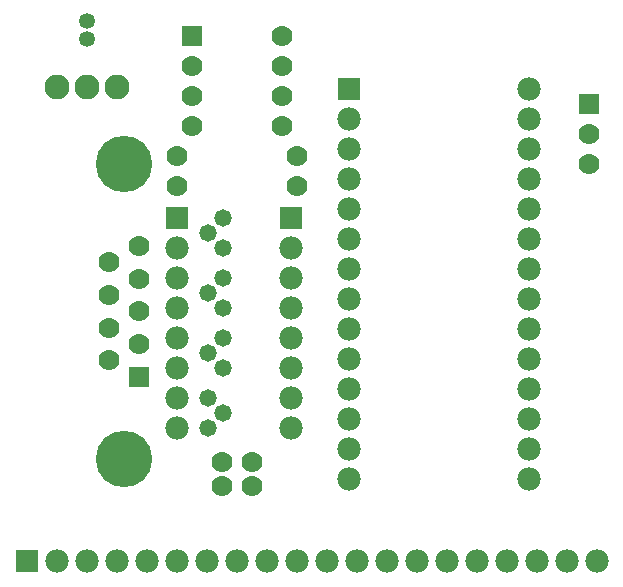
<source format=gts>
*%FSLAX24Y24*%
*%MOIN*%
G01*
%ADD11C,0.0050*%
%ADD12C,0.0060*%
%ADD13C,0.0072*%
%ADD14C,0.0073*%
%ADD15C,0.0080*%
%ADD16C,0.0100*%
%ADD17C,0.0120*%
%ADD18C,0.0200*%
%ADD19C,0.0260*%
%ADD20C,0.0300*%
%ADD21C,0.0350*%
%ADD22C,0.0380*%
%ADD23C,0.0450*%
%ADD24C,0.0500*%
%ADD25C,0.0530*%
%ADD26C,0.0550*%
%ADD27C,0.0580*%
%ADD28C,0.0620*%
%ADD29C,0.0660*%
%ADD30C,0.0700*%
%ADD31C,0.0750*%
%ADD32C,0.0780*%
%ADD33C,0.0830*%
%ADD34C,0.0950*%
%ADD35C,0.1400*%
%ADD36C,0.1800*%
%ADD37C,0.1880*%
%ADD38R,0.0620X0.0620*%
%ADD39R,0.0700X0.0700*%
%ADD40R,0.0780X0.0780*%
G54D25*
X91080Y89320D02*
D03*
Y88720D02*
D03*
G54D27*
X95630Y78770D02*
D03*
Y77770D02*
D03*
X95130Y78270D02*
D03*
Y75770D02*
D03*
Y76770D02*
D03*
X95630Y76270D02*
D03*
Y82770D02*
D03*
Y81770D02*
D03*
X95130Y82270D02*
D03*
X95630Y80770D02*
D03*
Y79770D02*
D03*
X95130Y80270D02*
D03*
G54D30*
X95580Y74620D02*
D03*
Y73820D02*
D03*
X96580Y74620D02*
D03*
Y73820D02*
D03*
X94080Y83820D02*
D03*
X98080D02*
D03*
X107830Y85570D02*
D03*
Y84570D02*
D03*
X91830Y81290D02*
D03*
Y80200D02*
D03*
Y79110D02*
D03*
Y78020D02*
D03*
X92830Y81830D02*
D03*
Y80740D02*
D03*
Y79650D02*
D03*
Y78560D02*
D03*
X98080Y84820D02*
D03*
X94080D02*
D03*
X94580Y87820D02*
D03*
Y86820D02*
D03*
Y85820D02*
D03*
X97580D02*
D03*
Y86820D02*
D03*
Y87820D02*
D03*
Y88820D02*
D03*
G54D32*
X90080Y71320D02*
D03*
X91080D02*
D03*
X92080D02*
D03*
X93080D02*
D03*
X94080D02*
D03*
X95080D02*
D03*
X96080D02*
D03*
X97080D02*
D03*
X98080D02*
D03*
X99080D02*
D03*
X100080D02*
D03*
X101080D02*
D03*
X102080D02*
D03*
X103080D02*
D03*
X104080D02*
D03*
X105080D02*
D03*
X106080D02*
D03*
X107080D02*
D03*
X108080D02*
D03*
X94080Y75770D02*
D03*
Y76770D02*
D03*
Y77770D02*
D03*
Y78770D02*
D03*
Y79770D02*
D03*
Y80770D02*
D03*
Y81770D02*
D03*
X97880Y75770D02*
D03*
Y76770D02*
D03*
Y77770D02*
D03*
Y78770D02*
D03*
Y79770D02*
D03*
Y80770D02*
D03*
Y81770D02*
D03*
X99830Y86070D02*
D03*
Y85070D02*
D03*
Y84070D02*
D03*
Y83070D02*
D03*
Y82070D02*
D03*
Y81070D02*
D03*
Y80070D02*
D03*
Y79070D02*
D03*
Y78070D02*
D03*
Y77070D02*
D03*
Y76070D02*
D03*
Y75070D02*
D03*
Y74070D02*
D03*
X105830D02*
D03*
Y75070D02*
D03*
Y76070D02*
D03*
Y77070D02*
D03*
Y78070D02*
D03*
Y79070D02*
D03*
Y80070D02*
D03*
Y81070D02*
D03*
Y82070D02*
D03*
Y83070D02*
D03*
Y84070D02*
D03*
Y85070D02*
D03*
Y86070D02*
D03*
Y87070D02*
D03*
G54D33*
X90080Y87120D02*
D03*
X91080D02*
D03*
X92080D02*
D03*
G54D37*
X92330Y84580D02*
D03*
Y74720D02*
D03*
G54D39*
X107830Y86570D02*
D03*
X92830Y77470D02*
D03*
X94580Y88820D02*
D03*
G54D40*
X89080Y71320D02*
D03*
X94080Y82770D02*
D03*
X97880D02*
D03*
X99830Y87070D02*
D03*
M02*

</source>
